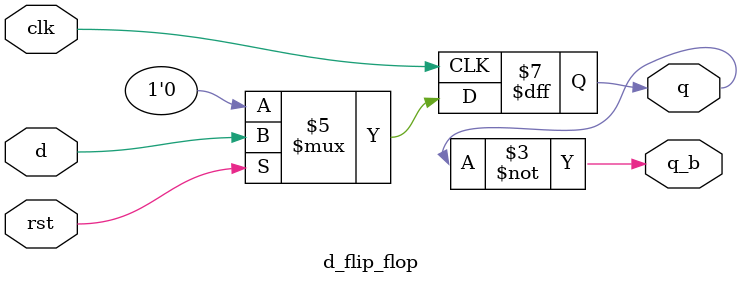
<source format=sv>
module d_flip_flop(

	input      clk,
  	input      rst,
	input  	   d  ,
  	output reg q  ,
  	output     q_b

);
  
  always@(posedge clk)begin
    if(!rst)
      q <= 0;
    else
      q <= d;
  end
  
  assign q_b = ~q;
  
endmodule

</source>
